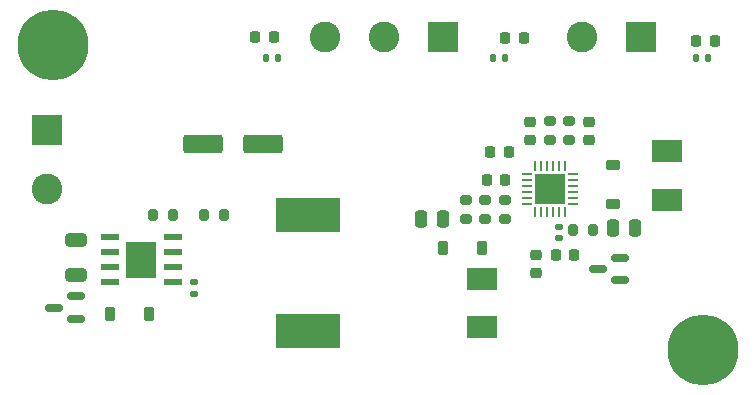
<source format=gts>
G04 #@! TF.GenerationSoftware,KiCad,Pcbnew,7.0.7*
G04 #@! TF.CreationDate,2023-09-29T07:28:47+02:00*
G04 #@! TF.ProjectId,shmoergh-dual-rail-psu,73686d6f-6572-4676-982d-6475616c2d72,rev?*
G04 #@! TF.SameCoordinates,Original*
G04 #@! TF.FileFunction,Soldermask,Top*
G04 #@! TF.FilePolarity,Negative*
%FSLAX46Y46*%
G04 Gerber Fmt 4.6, Leading zero omitted, Abs format (unit mm)*
G04 Created by KiCad (PCBNEW 7.0.7) date 2023-09-29 07:28:47*
%MOMM*%
%LPD*%
G01*
G04 APERTURE LIST*
G04 Aperture macros list*
%AMRoundRect*
0 Rectangle with rounded corners*
0 $1 Rounding radius*
0 $2 $3 $4 $5 $6 $7 $8 $9 X,Y pos of 4 corners*
0 Add a 4 corners polygon primitive as box body*
4,1,4,$2,$3,$4,$5,$6,$7,$8,$9,$2,$3,0*
0 Add four circle primitives for the rounded corners*
1,1,$1+$1,$2,$3*
1,1,$1+$1,$4,$5*
1,1,$1+$1,$6,$7*
1,1,$1+$1,$8,$9*
0 Add four rect primitives between the rounded corners*
20,1,$1+$1,$2,$3,$4,$5,0*
20,1,$1+$1,$4,$5,$6,$7,0*
20,1,$1+$1,$6,$7,$8,$9,0*
20,1,$1+$1,$8,$9,$2,$3,0*%
G04 Aperture macros list end*
%ADD10R,2.600000X2.600000*%
%ADD11C,2.600000*%
%ADD12RoundRect,0.135000X0.135000X0.185000X-0.135000X0.185000X-0.135000X-0.185000X0.135000X-0.185000X0*%
%ADD13RoundRect,0.200000X0.200000X0.275000X-0.200000X0.275000X-0.200000X-0.275000X0.200000X-0.275000X0*%
%ADD14R,5.400000X2.900000*%
%ADD15R,2.500000X1.900000*%
%ADD16RoundRect,0.218750X0.218750X0.256250X-0.218750X0.256250X-0.218750X-0.256250X0.218750X-0.256250X0*%
%ADD17RoundRect,0.200000X-0.275000X0.200000X-0.275000X-0.200000X0.275000X-0.200000X0.275000X0.200000X0*%
%ADD18RoundRect,0.225000X0.250000X-0.225000X0.250000X0.225000X-0.250000X0.225000X-0.250000X-0.225000X0*%
%ADD19RoundRect,0.150000X0.587500X0.150000X-0.587500X0.150000X-0.587500X-0.150000X0.587500X-0.150000X0*%
%ADD20RoundRect,0.250000X0.650000X-0.325000X0.650000X0.325000X-0.650000X0.325000X-0.650000X-0.325000X0*%
%ADD21RoundRect,0.225000X-0.375000X0.225000X-0.375000X-0.225000X0.375000X-0.225000X0.375000X0.225000X0*%
%ADD22RoundRect,0.140000X-0.170000X0.140000X-0.170000X-0.140000X0.170000X-0.140000X0.170000X0.140000X0*%
%ADD23RoundRect,0.200000X0.275000X-0.200000X0.275000X0.200000X-0.275000X0.200000X-0.275000X-0.200000X0*%
%ADD24RoundRect,0.225000X0.225000X0.250000X-0.225000X0.250000X-0.225000X-0.250000X0.225000X-0.250000X0*%
%ADD25RoundRect,0.225000X-0.225000X-0.375000X0.225000X-0.375000X0.225000X0.375000X-0.225000X0.375000X0*%
%ADD26C,0.800000*%
%ADD27C,6.000000*%
%ADD28RoundRect,0.225000X-0.250000X0.225000X-0.250000X-0.225000X0.250000X-0.225000X0.250000X0.225000X0*%
%ADD29RoundRect,0.135000X-0.135000X-0.185000X0.135000X-0.185000X0.135000X0.185000X-0.135000X0.185000X0*%
%ADD30RoundRect,0.062500X0.062500X-0.350000X0.062500X0.350000X-0.062500X0.350000X-0.062500X-0.350000X0*%
%ADD31RoundRect,0.062500X0.350000X-0.062500X0.350000X0.062500X-0.350000X0.062500X-0.350000X-0.062500X0*%
%ADD32R,2.600000X3.100000*%
%ADD33R,1.550000X0.600000*%
%ADD34RoundRect,0.250000X-0.250000X-0.475000X0.250000X-0.475000X0.250000X0.475000X-0.250000X0.475000X0*%
%ADD35RoundRect,0.250000X1.412500X0.550000X-1.412500X0.550000X-1.412500X-0.550000X1.412500X-0.550000X0*%
%ADD36RoundRect,0.250000X0.250000X0.475000X-0.250000X0.475000X-0.250000X-0.475000X0.250000X-0.475000X0*%
G04 APERTURE END LIST*
D10*
X72540402Y-64922400D03*
D11*
X67540402Y-64922400D03*
X62540402Y-64922400D03*
D12*
X57527000Y-66675000D03*
X58547000Y-66675000D03*
D13*
X47993800Y-79956600D03*
X49643800Y-79956600D03*
D14*
X61137800Y-79959600D03*
X61137800Y-89859600D03*
D15*
X75873100Y-89493800D03*
X75873100Y-85393800D03*
D16*
X79400500Y-65000750D03*
X77825500Y-65000750D03*
D17*
X81588100Y-72031800D03*
X81588100Y-73681800D03*
D18*
X79937100Y-73631800D03*
X79937100Y-72081800D03*
D19*
X87544600Y-85496400D03*
X87544600Y-83596400D03*
X85669600Y-84546400D03*
D16*
X95529500Y-65278000D03*
X93954500Y-65278000D03*
D20*
X41452800Y-82115600D03*
X41452800Y-85065600D03*
D21*
X86922100Y-75794600D03*
X86922100Y-79094600D03*
D22*
X82321400Y-80977800D03*
X82321400Y-81937800D03*
D17*
X77778100Y-78699800D03*
X77778100Y-80349800D03*
D23*
X76127100Y-80349800D03*
X76127100Y-78699800D03*
D18*
X80445100Y-84934800D03*
X80445100Y-83384800D03*
D24*
X83646100Y-83397800D03*
X82096100Y-83397800D03*
D23*
X74476100Y-80348800D03*
X74476100Y-78698800D03*
D11*
X39039800Y-77811000D03*
D10*
X39039800Y-72811000D03*
D25*
X47674800Y-88338600D03*
X44374800Y-88338600D03*
D22*
X51485800Y-86659600D03*
X51485800Y-85699600D03*
D11*
X84315202Y-64922400D03*
D10*
X89315202Y-64922400D03*
D26*
X41807010Y-65592010D03*
X41148000Y-67183000D03*
X41148000Y-64001020D03*
X39557010Y-67842010D03*
D27*
X39557010Y-65592010D03*
D26*
X39557010Y-63342010D03*
X37966020Y-67183000D03*
X37966020Y-64001020D03*
X37307010Y-65592010D03*
D28*
X84890100Y-72081800D03*
X84890100Y-73631800D03*
D24*
X77804100Y-77047800D03*
X76254100Y-77047800D03*
D19*
X39573200Y-87833200D03*
X41448200Y-86883200D03*
X41448200Y-88783200D03*
D16*
X56661502Y-64955200D03*
X58236502Y-64955200D03*
D29*
X76807600Y-66677150D03*
X77827600Y-66677150D03*
D30*
X80370600Y-79727300D03*
X80870600Y-79727300D03*
X81370600Y-79727300D03*
X81870600Y-79727300D03*
X82370600Y-79727300D03*
X82870600Y-79727300D03*
D31*
X83558100Y-79039800D03*
X83558100Y-78539800D03*
X83558100Y-78039800D03*
X83558100Y-77539800D03*
X83558100Y-77039800D03*
X83558100Y-76539800D03*
D30*
X82870600Y-75852300D03*
X82370600Y-75852300D03*
X81870600Y-75852300D03*
X81370600Y-75852300D03*
X80870600Y-75852300D03*
X80370600Y-75852300D03*
D31*
X79683100Y-76539800D03*
X79683100Y-77039800D03*
X79683100Y-77539800D03*
X79683100Y-78039800D03*
X79683100Y-78539800D03*
X79683100Y-79039800D03*
D10*
X81620600Y-77789800D03*
D13*
X52311800Y-79956600D03*
X53961800Y-79956600D03*
D32*
X47005800Y-83801600D03*
D33*
X44305800Y-85706600D03*
X44305800Y-84436600D03*
X44305800Y-83166600D03*
X44305800Y-81896600D03*
X49705800Y-81896600D03*
X49705800Y-83166600D03*
X49705800Y-84436600D03*
X49705800Y-85706600D03*
D25*
X72571100Y-82762800D03*
X75871100Y-82762800D03*
D15*
X91494100Y-74616800D03*
X91494100Y-78716800D03*
D17*
X83239100Y-72031800D03*
X83239100Y-73681800D03*
D12*
X94972600Y-66725800D03*
X93952600Y-66725800D03*
D24*
X78092600Y-74625200D03*
X76542600Y-74625200D03*
D34*
X86934000Y-81102200D03*
X88834000Y-81102200D03*
D35*
X52250300Y-73987600D03*
X57325300Y-73987600D03*
D26*
X92274000Y-91440000D03*
X92933010Y-89849010D03*
X92933010Y-93030990D03*
X94524000Y-89190000D03*
D27*
X94524000Y-91440000D03*
D26*
X94524000Y-93690000D03*
X96114990Y-89849010D03*
X96114990Y-93030990D03*
X96774000Y-91440000D03*
D13*
X85229200Y-81238800D03*
X83579200Y-81238800D03*
D36*
X72571100Y-80349800D03*
X70671100Y-80349800D03*
M02*

</source>
